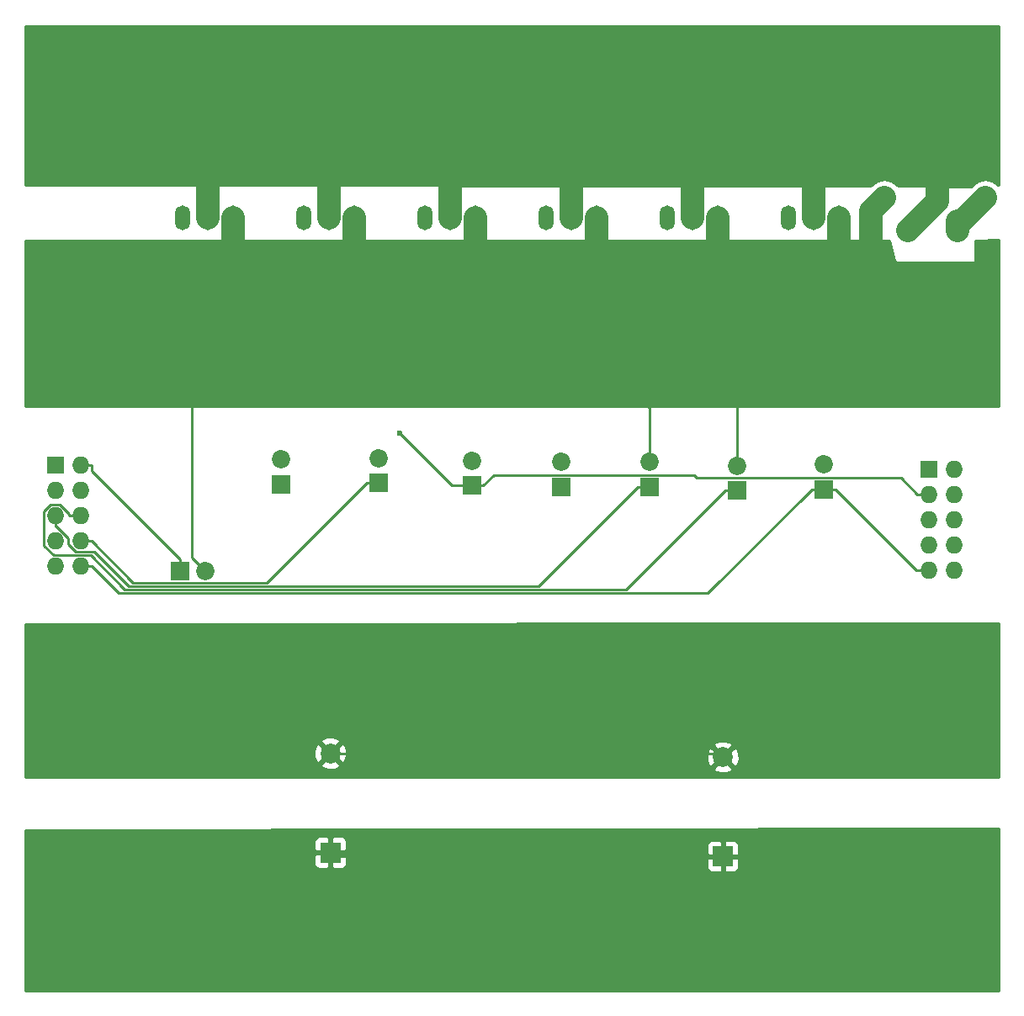
<source format=gbl>
G04 #@! TF.FileFunction,Copper,L2,Bot,Signal*
%FSLAX46Y46*%
G04 Gerber Fmt 4.6, Leading zero omitted, Abs format (unit mm)*
G04 Created by KiCad (PCBNEW 4.0.4+e1-6308~48~ubuntu14.04.1-stable) date Sun Oct 16 21:10:46 2016*
%MOMM*%
%LPD*%
G01*
G04 APERTURE LIST*
%ADD10C,0.100000*%
%ADD11R,1.727200X1.727200*%
%ADD12O,1.727200X1.727200*%
%ADD13O,1.501140X2.499360*%
%ADD14R,1.850000X1.850000*%
%ADD15C,1.850000*%
%ADD16R,1.400000X1.400000*%
%ADD17C,1.400000*%
%ADD18C,1.998980*%
%ADD19R,2.000000X2.000000*%
%ADD20C,2.000000*%
%ADD21C,0.600000*%
%ADD22C,2.400000*%
%ADD23C,0.250000*%
%ADD24C,0.254000*%
G04 APERTURE END LIST*
D10*
D11*
X37211000Y-82550000D03*
D12*
X39751000Y-82550000D03*
X37211000Y-85090000D03*
X39751000Y-85090000D03*
X37211000Y-87630000D03*
X39751000Y-87630000D03*
X37211000Y-90170000D03*
X39751000Y-90170000D03*
X37211000Y-92710000D03*
X39751000Y-92710000D03*
D13*
X52578000Y-57658000D03*
X50038000Y-57658000D03*
X55118000Y-57658000D03*
X64770000Y-57658000D03*
X62230000Y-57658000D03*
X67310000Y-57658000D03*
X76962000Y-57658000D03*
X74422000Y-57658000D03*
X79502000Y-57658000D03*
X89154000Y-57658000D03*
X86614000Y-57658000D03*
X91694000Y-57658000D03*
X101346000Y-57658000D03*
X98806000Y-57658000D03*
X103886000Y-57658000D03*
X113538000Y-57658000D03*
X110998000Y-57658000D03*
X116078000Y-57658000D03*
D14*
X114554000Y-84963000D03*
D15*
X114554000Y-82463000D03*
D14*
X59944000Y-84455000D03*
D15*
X59944000Y-81955000D03*
D14*
X69723000Y-84328000D03*
D15*
X69723000Y-81828000D03*
D14*
X79121000Y-84582000D03*
D15*
X79121000Y-82082000D03*
D14*
X88138000Y-84709000D03*
D15*
X88138000Y-82209000D03*
D14*
X97028000Y-84709000D03*
D15*
X97028000Y-82209000D03*
D14*
X105791000Y-85090000D03*
D15*
X105791000Y-82590000D03*
D14*
X49784000Y-93218000D03*
D15*
X52284000Y-93218000D03*
D11*
X125095000Y-82931000D03*
D12*
X127635000Y-82931000D03*
X125095000Y-85471000D03*
X127635000Y-85471000D03*
X125095000Y-88011000D03*
X127635000Y-88011000D03*
X125095000Y-90551000D03*
X127635000Y-90551000D03*
X125095000Y-93091000D03*
X127635000Y-93091000D03*
D16*
X128016000Y-58928000D03*
D17*
X123016000Y-58928000D03*
D18*
X130810000Y-55626000D03*
X120650000Y-55626000D03*
D19*
X64897000Y-121539000D03*
D20*
X64897000Y-111539000D03*
D19*
X104394000Y-121920000D03*
D20*
X104394000Y-111920000D03*
D21*
X71856400Y-79294400D03*
X61129000Y-63206000D03*
X70479800Y-62652000D03*
X55888400Y-60344500D03*
X81635100Y-65357100D03*
X93180000Y-66830700D03*
X105015700Y-62986300D03*
D22*
X128458000Y-57978000D02*
X128016000Y-57978000D01*
X128016000Y-58928000D02*
X128016000Y-57978000D01*
X130810000Y-55626000D02*
X128458000Y-57978000D01*
D23*
X38637400Y-87488800D02*
X38637400Y-87630000D01*
X37666100Y-86517500D02*
X38637400Y-87488800D01*
X36771300Y-86517500D02*
X37666100Y-86517500D01*
X36089200Y-87199600D02*
X36771300Y-86517500D01*
X36089200Y-90633800D02*
X36089200Y-87199600D01*
X37076400Y-91621000D02*
X36089200Y-90633800D01*
X40768700Y-91621000D02*
X37076400Y-91621000D01*
X44219900Y-95072200D02*
X40768700Y-91621000D01*
X94633800Y-95072200D02*
X44219900Y-95072200D01*
X104616000Y-85090000D02*
X94633800Y-95072200D01*
X105791000Y-85090000D02*
X104616000Y-85090000D01*
X39751000Y-87630000D02*
X38637400Y-87630000D01*
X123857000Y-93091000D02*
X125095000Y-93091000D01*
X115729000Y-84963000D02*
X123857000Y-93091000D01*
X115141500Y-84963000D02*
X115729000Y-84963000D01*
X115141500Y-84963000D02*
X114554000Y-84963000D01*
X114554000Y-84963000D02*
X113379000Y-84963000D01*
X39751000Y-92710000D02*
X40864600Y-92710000D01*
X102893700Y-95448300D02*
X113379000Y-84963000D01*
X43602900Y-95448300D02*
X102893700Y-95448300D01*
X40864600Y-92710000D02*
X43602900Y-95448300D01*
X40864600Y-83123600D02*
X40864600Y-82550000D01*
X49784000Y-92043000D02*
X40864600Y-83123600D01*
X49784000Y-93218000D02*
X49784000Y-92043000D01*
X39751000Y-82550000D02*
X40864600Y-82550000D01*
X77144000Y-84582000D02*
X79121000Y-84582000D01*
X71856400Y-79294400D02*
X77144000Y-84582000D01*
X122323000Y-83812600D02*
X123981400Y-85471000D01*
X101746200Y-83812600D02*
X122323000Y-83812600D01*
X101492200Y-83558600D02*
X101746200Y-83812600D01*
X81319400Y-83558600D02*
X101492200Y-83558600D01*
X80296000Y-84582000D02*
X81319400Y-83558600D01*
X79121000Y-84582000D02*
X80296000Y-84582000D01*
X125095000Y-85471000D02*
X123981400Y-85471000D01*
X97028000Y-84709000D02*
X95853000Y-84709000D01*
X37211000Y-87630000D02*
X37211000Y-88743600D01*
X37326400Y-88743600D02*
X37211000Y-88743600D01*
X38481000Y-89898200D02*
X37326400Y-88743600D01*
X38481000Y-90483700D02*
X38481000Y-89898200D01*
X39256300Y-91259000D02*
X38481000Y-90483700D01*
X41118200Y-91259000D02*
X39256300Y-91259000D01*
X44581000Y-94721800D02*
X41118200Y-91259000D01*
X85840200Y-94721800D02*
X44581000Y-94721800D01*
X95853000Y-84709000D02*
X85840200Y-94721800D01*
X69723000Y-84328000D02*
X68548000Y-84328000D01*
X39751000Y-90170000D02*
X40864600Y-90170000D01*
X45063000Y-94368400D02*
X40864600Y-90170000D01*
X58507600Y-94368400D02*
X45063000Y-94368400D01*
X68548000Y-84328000D02*
X58507600Y-94368400D01*
D22*
X101346000Y-52509400D02*
X101346000Y-57658000D01*
X76962000Y-52728500D02*
X76962000Y-57658000D01*
X64770000Y-52615000D02*
X64770000Y-57658000D01*
X52578000Y-52947600D02*
X52578000Y-57658000D01*
X89154000Y-52865900D02*
X89154000Y-57658000D01*
X113538000Y-53116800D02*
X113538000Y-57658000D01*
X126007900Y-55936100D02*
X123016000Y-58928000D01*
X126007900Y-53051400D02*
X126007900Y-55936100D01*
D23*
X50934400Y-91868400D02*
X52284000Y-93218000D01*
X50934400Y-74908500D02*
X50934400Y-91868400D01*
X105791000Y-75763900D02*
X105791000Y-82590000D01*
X97028000Y-76819300D02*
X97028000Y-82209000D01*
X94842900Y-74634200D02*
X97028000Y-76819300D01*
D22*
X116078000Y-61449300D02*
X116078000Y-57658000D01*
X103886000Y-61115500D02*
X103886000Y-57658000D01*
X91694000Y-61368300D02*
X91694000Y-57658000D01*
X79502000Y-61226500D02*
X79502000Y-57658000D01*
X67310000Y-61287300D02*
X67310000Y-57658000D01*
X55118000Y-61307500D02*
X55118000Y-57658000D01*
X119323600Y-56952400D02*
X120650000Y-55626000D01*
X119323600Y-60514100D02*
X119323600Y-56952400D01*
D23*
X104394000Y-121920000D02*
X65278000Y-121920000D01*
X65278000Y-121920000D02*
X64897000Y-121539000D01*
X64897000Y-111539000D02*
X104013000Y-111539000D01*
X104013000Y-111539000D02*
X104394000Y-111920000D01*
D24*
G36*
X132132000Y-54365064D02*
X132107541Y-54328459D01*
X131512224Y-53930681D01*
X130810000Y-53791000D01*
X130107776Y-53930681D01*
X129512459Y-54328459D01*
X129362368Y-54478550D01*
X122041573Y-54469188D01*
X121947541Y-54328459D01*
X121352224Y-53930681D01*
X120650000Y-53791000D01*
X119947776Y-53930681D01*
X119352459Y-54328459D01*
X119215344Y-54465574D01*
X34238000Y-54356907D01*
X34238000Y-38302000D01*
X132132000Y-38302000D01*
X132132000Y-54365064D01*
X132132000Y-54365064D01*
G37*
X132132000Y-54365064D02*
X132107541Y-54328459D01*
X131512224Y-53930681D01*
X130810000Y-53791000D01*
X130107776Y-53930681D01*
X129512459Y-54328459D01*
X129362368Y-54478550D01*
X122041573Y-54469188D01*
X121947541Y-54328459D01*
X121352224Y-53930681D01*
X120650000Y-53791000D01*
X119947776Y-53930681D01*
X119352459Y-54328459D01*
X119215344Y-54465574D01*
X34238000Y-54356907D01*
X34238000Y-38302000D01*
X132132000Y-38302000D01*
X132132000Y-54365064D01*
G36*
X132132000Y-76581000D02*
X34238000Y-76581000D01*
X34238000Y-59944000D01*
X121184414Y-59944000D01*
X121669376Y-62005088D01*
X121690433Y-62050893D01*
X121727651Y-62084897D01*
X121793000Y-62103000D01*
X129667000Y-62103000D01*
X129716410Y-62092994D01*
X129758035Y-62064553D01*
X129785315Y-62022159D01*
X129794000Y-61976000D01*
X129794000Y-59939022D01*
X132132000Y-59845502D01*
X132132000Y-76581000D01*
X132132000Y-76581000D01*
G37*
X132132000Y-76581000D02*
X34238000Y-76581000D01*
X34238000Y-59944000D01*
X121184414Y-59944000D01*
X121669376Y-62005088D01*
X121690433Y-62050893D01*
X121727651Y-62084897D01*
X121793000Y-62103000D01*
X129667000Y-62103000D01*
X129716410Y-62092994D01*
X129758035Y-62064553D01*
X129785315Y-62022159D01*
X129794000Y-61976000D01*
X129794000Y-59939022D01*
X132132000Y-59845502D01*
X132132000Y-76581000D01*
G36*
X132132000Y-113919000D02*
X34238000Y-113919000D01*
X34238000Y-112691532D01*
X63924073Y-112691532D01*
X64022736Y-112958387D01*
X64632461Y-113184908D01*
X65282460Y-113160856D01*
X65495693Y-113072532D01*
X103421073Y-113072532D01*
X103519736Y-113339387D01*
X104129461Y-113565908D01*
X104779460Y-113541856D01*
X105268264Y-113339387D01*
X105366927Y-113072532D01*
X104394000Y-112099605D01*
X103421073Y-113072532D01*
X65495693Y-113072532D01*
X65771264Y-112958387D01*
X65869927Y-112691532D01*
X64897000Y-111718605D01*
X63924073Y-112691532D01*
X34238000Y-112691532D01*
X34238000Y-111274461D01*
X63251092Y-111274461D01*
X63275144Y-111924460D01*
X63477613Y-112413264D01*
X63744468Y-112511927D01*
X64717395Y-111539000D01*
X65076605Y-111539000D01*
X66049532Y-112511927D01*
X66316387Y-112413264D01*
X66542908Y-111803539D01*
X66537429Y-111655461D01*
X102748092Y-111655461D01*
X102772144Y-112305460D01*
X102974613Y-112794264D01*
X103241468Y-112892927D01*
X104214395Y-111920000D01*
X104573605Y-111920000D01*
X105546532Y-112892927D01*
X105813387Y-112794264D01*
X106039908Y-112184539D01*
X106015856Y-111534540D01*
X105813387Y-111045736D01*
X105546532Y-110947073D01*
X104573605Y-111920000D01*
X104214395Y-111920000D01*
X103241468Y-110947073D01*
X102974613Y-111045736D01*
X102748092Y-111655461D01*
X66537429Y-111655461D01*
X66518856Y-111153540D01*
X66358940Y-110767468D01*
X103421073Y-110767468D01*
X104394000Y-111740395D01*
X105366927Y-110767468D01*
X105268264Y-110500613D01*
X104658539Y-110274092D01*
X104008540Y-110298144D01*
X103519736Y-110500613D01*
X103421073Y-110767468D01*
X66358940Y-110767468D01*
X66316387Y-110664736D01*
X66049532Y-110566073D01*
X65076605Y-111539000D01*
X64717395Y-111539000D01*
X63744468Y-110566073D01*
X63477613Y-110664736D01*
X63251092Y-111274461D01*
X34238000Y-111274461D01*
X34238000Y-110386468D01*
X63924073Y-110386468D01*
X64897000Y-111359395D01*
X65869927Y-110386468D01*
X65771264Y-110119613D01*
X65161539Y-109893092D01*
X64511540Y-109917144D01*
X64022736Y-110119613D01*
X63924073Y-110386468D01*
X34238000Y-110386468D01*
X34238000Y-98551254D01*
X132132000Y-98425909D01*
X132132000Y-113919000D01*
X132132000Y-113919000D01*
G37*
X132132000Y-113919000D02*
X34238000Y-113919000D01*
X34238000Y-112691532D01*
X63924073Y-112691532D01*
X64022736Y-112958387D01*
X64632461Y-113184908D01*
X65282460Y-113160856D01*
X65495693Y-113072532D01*
X103421073Y-113072532D01*
X103519736Y-113339387D01*
X104129461Y-113565908D01*
X104779460Y-113541856D01*
X105268264Y-113339387D01*
X105366927Y-113072532D01*
X104394000Y-112099605D01*
X103421073Y-113072532D01*
X65495693Y-113072532D01*
X65771264Y-112958387D01*
X65869927Y-112691532D01*
X64897000Y-111718605D01*
X63924073Y-112691532D01*
X34238000Y-112691532D01*
X34238000Y-111274461D01*
X63251092Y-111274461D01*
X63275144Y-111924460D01*
X63477613Y-112413264D01*
X63744468Y-112511927D01*
X64717395Y-111539000D01*
X65076605Y-111539000D01*
X66049532Y-112511927D01*
X66316387Y-112413264D01*
X66542908Y-111803539D01*
X66537429Y-111655461D01*
X102748092Y-111655461D01*
X102772144Y-112305460D01*
X102974613Y-112794264D01*
X103241468Y-112892927D01*
X104214395Y-111920000D01*
X104573605Y-111920000D01*
X105546532Y-112892927D01*
X105813387Y-112794264D01*
X106039908Y-112184539D01*
X106015856Y-111534540D01*
X105813387Y-111045736D01*
X105546532Y-110947073D01*
X104573605Y-111920000D01*
X104214395Y-111920000D01*
X103241468Y-110947073D01*
X102974613Y-111045736D01*
X102748092Y-111655461D01*
X66537429Y-111655461D01*
X66518856Y-111153540D01*
X66358940Y-110767468D01*
X103421073Y-110767468D01*
X104394000Y-111740395D01*
X105366927Y-110767468D01*
X105268264Y-110500613D01*
X104658539Y-110274092D01*
X104008540Y-110298144D01*
X103519736Y-110500613D01*
X103421073Y-110767468D01*
X66358940Y-110767468D01*
X66316387Y-110664736D01*
X66049532Y-110566073D01*
X65076605Y-111539000D01*
X64717395Y-111539000D01*
X63744468Y-110566073D01*
X63477613Y-110664736D01*
X63251092Y-111274461D01*
X34238000Y-111274461D01*
X34238000Y-110386468D01*
X63924073Y-110386468D01*
X64897000Y-111359395D01*
X65869927Y-110386468D01*
X65771264Y-110119613D01*
X65161539Y-109893092D01*
X64511540Y-109917144D01*
X64022736Y-110119613D01*
X63924073Y-110386468D01*
X34238000Y-110386468D01*
X34238000Y-98551254D01*
X132132000Y-98425909D01*
X132132000Y-113919000D01*
G36*
X132132000Y-135434000D02*
X34238000Y-135434000D01*
X34238000Y-121824750D01*
X63262000Y-121824750D01*
X63262000Y-122665309D01*
X63358673Y-122898698D01*
X63537301Y-123077327D01*
X63770690Y-123174000D01*
X64611250Y-123174000D01*
X64770000Y-123015250D01*
X64770000Y-121666000D01*
X65024000Y-121666000D01*
X65024000Y-123015250D01*
X65182750Y-123174000D01*
X66023310Y-123174000D01*
X66256699Y-123077327D01*
X66435327Y-122898698D01*
X66532000Y-122665309D01*
X66532000Y-122205750D01*
X102759000Y-122205750D01*
X102759000Y-123046309D01*
X102855673Y-123279698D01*
X103034301Y-123458327D01*
X103267690Y-123555000D01*
X104108250Y-123555000D01*
X104267000Y-123396250D01*
X104267000Y-122047000D01*
X104521000Y-122047000D01*
X104521000Y-123396250D01*
X104679750Y-123555000D01*
X105520310Y-123555000D01*
X105753699Y-123458327D01*
X105932327Y-123279698D01*
X106029000Y-123046309D01*
X106029000Y-122205750D01*
X105870250Y-122047000D01*
X104521000Y-122047000D01*
X104267000Y-122047000D01*
X102917750Y-122047000D01*
X102759000Y-122205750D01*
X66532000Y-122205750D01*
X66532000Y-121824750D01*
X66373250Y-121666000D01*
X65024000Y-121666000D01*
X64770000Y-121666000D01*
X63420750Y-121666000D01*
X63262000Y-121824750D01*
X34238000Y-121824750D01*
X34238000Y-120412691D01*
X63262000Y-120412691D01*
X63262000Y-121253250D01*
X63420750Y-121412000D01*
X64770000Y-121412000D01*
X64770000Y-120062750D01*
X65024000Y-120062750D01*
X65024000Y-121412000D01*
X66373250Y-121412000D01*
X66532000Y-121253250D01*
X66532000Y-120793691D01*
X102759000Y-120793691D01*
X102759000Y-121634250D01*
X102917750Y-121793000D01*
X104267000Y-121793000D01*
X104267000Y-120443750D01*
X104521000Y-120443750D01*
X104521000Y-121793000D01*
X105870250Y-121793000D01*
X106029000Y-121634250D01*
X106029000Y-120793691D01*
X105932327Y-120560302D01*
X105753699Y-120381673D01*
X105520310Y-120285000D01*
X104679750Y-120285000D01*
X104521000Y-120443750D01*
X104267000Y-120443750D01*
X104108250Y-120285000D01*
X103267690Y-120285000D01*
X103034301Y-120381673D01*
X102855673Y-120560302D01*
X102759000Y-120793691D01*
X66532000Y-120793691D01*
X66532000Y-120412691D01*
X66435327Y-120179302D01*
X66256699Y-120000673D01*
X66023310Y-119904000D01*
X65182750Y-119904000D01*
X65024000Y-120062750D01*
X64770000Y-120062750D01*
X64611250Y-119904000D01*
X63770690Y-119904000D01*
X63537301Y-120000673D01*
X63358673Y-120179302D01*
X63262000Y-120412691D01*
X34238000Y-120412691D01*
X34238000Y-119252092D01*
X132132000Y-119126909D01*
X132132000Y-135434000D01*
X132132000Y-135434000D01*
G37*
X132132000Y-135434000D02*
X34238000Y-135434000D01*
X34238000Y-121824750D01*
X63262000Y-121824750D01*
X63262000Y-122665309D01*
X63358673Y-122898698D01*
X63537301Y-123077327D01*
X63770690Y-123174000D01*
X64611250Y-123174000D01*
X64770000Y-123015250D01*
X64770000Y-121666000D01*
X65024000Y-121666000D01*
X65024000Y-123015250D01*
X65182750Y-123174000D01*
X66023310Y-123174000D01*
X66256699Y-123077327D01*
X66435327Y-122898698D01*
X66532000Y-122665309D01*
X66532000Y-122205750D01*
X102759000Y-122205750D01*
X102759000Y-123046309D01*
X102855673Y-123279698D01*
X103034301Y-123458327D01*
X103267690Y-123555000D01*
X104108250Y-123555000D01*
X104267000Y-123396250D01*
X104267000Y-122047000D01*
X104521000Y-122047000D01*
X104521000Y-123396250D01*
X104679750Y-123555000D01*
X105520310Y-123555000D01*
X105753699Y-123458327D01*
X105932327Y-123279698D01*
X106029000Y-123046309D01*
X106029000Y-122205750D01*
X105870250Y-122047000D01*
X104521000Y-122047000D01*
X104267000Y-122047000D01*
X102917750Y-122047000D01*
X102759000Y-122205750D01*
X66532000Y-122205750D01*
X66532000Y-121824750D01*
X66373250Y-121666000D01*
X65024000Y-121666000D01*
X64770000Y-121666000D01*
X63420750Y-121666000D01*
X63262000Y-121824750D01*
X34238000Y-121824750D01*
X34238000Y-120412691D01*
X63262000Y-120412691D01*
X63262000Y-121253250D01*
X63420750Y-121412000D01*
X64770000Y-121412000D01*
X64770000Y-120062750D01*
X65024000Y-120062750D01*
X65024000Y-121412000D01*
X66373250Y-121412000D01*
X66532000Y-121253250D01*
X66532000Y-120793691D01*
X102759000Y-120793691D01*
X102759000Y-121634250D01*
X102917750Y-121793000D01*
X104267000Y-121793000D01*
X104267000Y-120443750D01*
X104521000Y-120443750D01*
X104521000Y-121793000D01*
X105870250Y-121793000D01*
X106029000Y-121634250D01*
X106029000Y-120793691D01*
X105932327Y-120560302D01*
X105753699Y-120381673D01*
X105520310Y-120285000D01*
X104679750Y-120285000D01*
X104521000Y-120443750D01*
X104267000Y-120443750D01*
X104108250Y-120285000D01*
X103267690Y-120285000D01*
X103034301Y-120381673D01*
X102855673Y-120560302D01*
X102759000Y-120793691D01*
X66532000Y-120793691D01*
X66532000Y-120412691D01*
X66435327Y-120179302D01*
X66256699Y-120000673D01*
X66023310Y-119904000D01*
X65182750Y-119904000D01*
X65024000Y-120062750D01*
X64770000Y-120062750D01*
X64611250Y-119904000D01*
X63770690Y-119904000D01*
X63537301Y-120000673D01*
X63358673Y-120179302D01*
X63262000Y-120412691D01*
X34238000Y-120412691D01*
X34238000Y-119252092D01*
X132132000Y-119126909D01*
X132132000Y-135434000D01*
M02*

</source>
